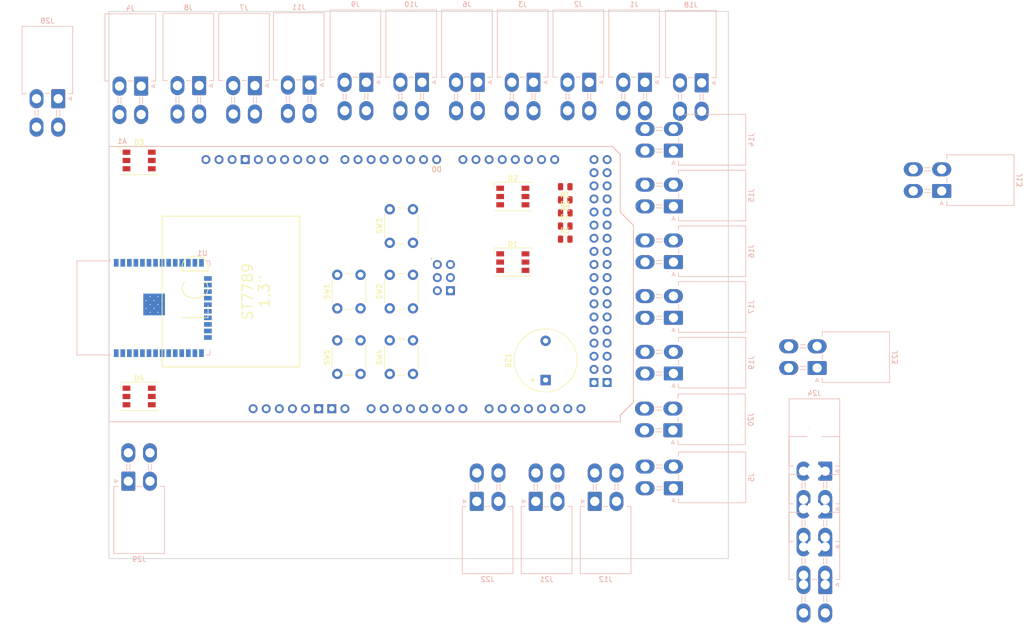
<source format=kicad_pcb>
(kicad_pcb (version 20221018) (generator pcbnew)
  (layers (0 "F.Cu" signal) (31 "B.Cu" signal) (34 "B.Paste" user) (35 "F.Paste" user) (36 "B.SilkS" user "B.Silkscreen") (37 "F.SilkS" user "F.Silkscreen") (38 "B.Mask" user) (39 "F.Mask" user) (44 "Edge.Cuts" user))
  (net 0 "")
  (net 1 "+3.3V")
  (net 25 "D2")
  (net 26 "D3")
  (net 27 "D4")
  (net 28 "D5")
  (net 29 "D6")
  (net 30 "D7")
  (net 31 "D8")
  (net 32 "D9")
  (net 33 "D10")
  (net 34 "D11")
  (net 35 "D12")
  (net 36 "D13")
  (net 37 "S3_TX")
  (net 38 "S3_RX")
  (net 39 "S2_TX")
  (net 40 "S2_RX")
  (net 41 "S1_TX")
  (net 42 "S1_RX")
  (net 45 "BOT_0")
  (net 46 "D23")
  (net 47 "BOT_1")
  (net 48 "D25")
  (net 49 "BOT_2")
  (net 50 "D27")
  (net 51 "BOT_3")
  (net 52 "D29")
  (net 53 "BOT_4")
  (net 54 "D31")
  (net 55 "Buzzer")
  (net 56 "D33")
  (net 57 "D34")
  (net 58 "D35")
  (net 59 "D36")
  (net 60 "D37")
  (net 61 "D38")
  (net 62 "D39")
  (net 63 "D40")
  (net 64 "D41")
  (net 65 "D42")
  (net 66 "D43")
  (net 67 "D44")
  (net 68 "D45")
  (net 69 "D46")
  (net 70 "D47")
  (net 71 "LED")
  (net 72 "ESP_CS")
  (net 73 "MISO")
  (net 74 "MOSI")
  (net 75 "SCK")
  (net 76 "SCR_CS")
  (net 77 "GND")
  (net 85 "SCL")
  (net 86 "SDA")
  (net 88 "+5V")
  (net 139 "Net-(D1-DOUT)")
  (net 144 "Net-(D2-DOUT)")
  (net 149 "Net-(D3-DOUT)")
  (footprint "Button_Switch_THT:SW_PUSH_6mm" (layer "F.Cu") (at 156.5 81.99 90)
    (fp_text reference "SW3" (at 3.25 -2 90) (layer "F.SilkS"))
    (fp_text value "SW_Push")
    (pad "1" thru_hole circle (at 0 0 180) (size 2 2) (drill 1.1) (layers "*.Cu" "*.Mask") (net 77 "GND"))
    (pad "1" thru_hole circle (at 6.5 0 180) (size 2 2) (drill 1.1) (layers "*.Cu" "*.Mask") (net 77 "GND"))
    (pad "2" thru_hole circle (at 0 4.5 180) (size 2 2) (drill 1.1) (layers "*.Cu" "*.Mask") (net 49 "BOT_2"))
    (pad "2" thru_hole circle (at 6.5 4.5 180) (size 2 2) (drill 1.1) (layers "*.Cu" "*.Mask") (net 49 "BOT_2"))
  )
  (footprint "Resistor_SMD:R_0805_2012Metric" (layer "F.Cu") (at 190.5 81.28)
    (fp_text reference "R5" (at 0 -1.65) (layer "F.SilkS"))
    (fp_text value "R")
    (pad "1" smd roundrect (at -0.9125 0) (size 1.025 1.4) (layers "F.Cu" "F.Paste" "F.Mask") (roundrect_rratio 0.243902) (net 53 "BOT_4"))
    (pad "2" smd roundrect (at 0.9125 0) (size 1.025 1.4) (layers "F.Cu" "F.Paste" "F.Mask") (roundrect_rratio 0.243902) (net 88 "+5V"))
  )
  (footprint "Button_Switch_THT:SW_PUSH_6mm" (layer "F.Cu") (at 146.34 94.69 90)
    (fp_text reference "SW1" (at 3.25 -2 90) (layer "F.SilkS"))
    (fp_text value "SW_Push")
    (pad "1" thru_hole circle (at 0 0 180) (size 2 2) (drill 1.1) (layers "*.Cu" "*.Mask") (net 77 "GND"))
    (pad "1" thru_hole circle (at 6.5 0 180) (size 2 2) (drill 1.1) (layers "*.Cu" "*.Mask") (net 77 "GND"))
    (pad "2" thru_hole circle (at 0 4.5 180) (size 2 2) (drill 1.1) (layers "*.Cu" "*.Mask") (net 45 "BOT_0"))
    (pad "2" thru_hole circle (at 6.5 4.5 180) (size 2 2) (drill 1.1) (layers "*.Cu" "*.Mask") (net 45 "BOT_0"))
  )
  (footprint "LED_SMD:LED_WS2812_PLCC6_5.0x5.0mm_P1.6mm" (layer "F.Cu") (at 180.34 85.725)
    (fp_text reference "D1" (at 0 -3.5) (layer "F.SilkS"))
    (fp_text value "WS2812")
    (pad "1" smd rect (at -2.45 -1.6) (size 1.5 1) (layers "F.Cu" "F.Paste" "F.Mask") (net 139 "Net-(D1-DOUT)"))
    (pad "2" smd rect (at -2.45 0) (size 1.5 1) (layers "F.Cu" "F.Paste" "F.Mask") (net 71 "LED"))
    (pad "3" smd rect (at -2.45 1.6) (size 1.5 1) (layers "F.Cu" "F.Paste" "F.Mask"))
    (pad "4" smd rect (at 2.45 1.6) (size 1.5 1) (layers "F.Cu" "F.Paste" "F.Mask"))
    (pad "5" smd rect (at 2.45 0) (size 1.5 1) (layers "F.Cu" "F.Paste" "F.Mask"))
    (pad "6" smd rect (at 2.45 -1.6) (size 1.5 1) (layers "F.Cu" "F.Paste" "F.Mask"))
  )
  (footprint "Buzzer_Beeper:Buzzer_12x9.5RM7.6" (layer "F.Cu") (at 186.69 108.575 90)
    (fp_text reference "BZ1" (at 3.8 -7.2 90) (layer "F.SilkS"))
    (fp_text value "Buzzer")
    (fp_text user "+" (at -0.01 -2.54 90) (layer "F.SilkS"))
    (pad "1" thru_hole rect (at 0 0 90) (size 2 2) (drill 1) (layers "*.Cu" "*.Mask"))
    (pad "2" thru_hole circle (at 7.6 0 90) (size 2 2) (drill 1) (layers "*.Cu" "*.Mask"))
  )
  (footprint "PCM_arduino-library:Arduino_Mega2560_R3_Shield" (layer "F.Cu") (at 102.09 116.67)
    (fp_text reference "A1" (at 2.54 -54.356) (layer "B.SilkS") (effects (justify mirror)))
    (fp_text value "Arduino_Mega2560_R3_Shield")
    (fp_text user "." (at 62.484 -32.004) (layer "B.SilkS"))
    (fp_text user "D0" (at 63.5 -48.895 unlocked) (layer "B.SilkS") (effects (justify mirror)))
    (fp_text user "D0" (at 63.5 -48.895 unlocked) (layer "F.SilkS"))
    (fp_text user "." (at 62.484 -32.004) (layer "F.SilkS"))
    (pad "" np_thru_hole circle (at 13.97 -2.54) (size 3.2 3.2) (drill 3.2) (layers "*.Cu" "*.Mask"))
    (pad "" np_thru_hole circle (at 15.24 -50.8) (size 3.2 3.2) (drill 3.2) (layers "*.Cu" "*.Mask"))
    (pad "" thru_hole oval (at 27.94 -2.54) (size 1.7272 1.7272) (drill 1.016) (layers "*.Cu" "*.Mask"))
    (pad "" np_thru_hole circle (at 66.04 -35.56) (size 3.2 3.2) (drill 3.2) (layers "*.Cu" "*.Mask"))
    (pad "" np_thru_hole circle (at 66.04 -7.62) (size 3.2 3.2) (drill 3.2) (layers "*.Cu" "*.Mask"))
    (pad "" np_thru_hole circle (at 90.17 -50.8) (size 3.2 3.2) (drill 3.2) (layers "*.Cu" "*.Mask"))
    (pad "" np_thru_hole circle (at 96.52 -2.54) (size 3.2 3.2) (drill 3.2) (layers "*.Cu" "*.Mask"))
    (pad "3V3" thru_hole oval (at 35.56 -2.54) (size 1.7272 1.7272) (drill 1.016) (layers "*.Cu" "*.Mask") (net 1 "+3.3V"))
    (pad "5V1" thru_hole oval (at 38.1 -2.54) (size 1.7272 1.7272) (drill 1.016) (layers "*.Cu" "*.Mask"))
    (pad "5V2" thru_hole oval (at 66.167 -30.48) (size 1.7272 1.7272) (drill 1.016) (layers "*.Cu" "*.Mask"))
    (pad "5V3" thru_hole oval (at 93.98 -50.8) (size 1.7272 1.7272) (drill 1.016) (layers "*.Cu" "*.Mask"))
    (pad "5V4" thru_hole oval (at 96.52 -50.8) (size 1.7272 1.7272) (drill 1.016) (layers "*.Cu" "*.Mask"))
    (pad "A0" thru_hole oval (at 50.8 -2.54) (size 1.7272 1.7272) (drill 1.016) (layers "*.Cu" "*.Mask"))
    (pad "A1" thru_hole oval (at 53.34 -2.54) (size 1.7272 1.7272) (drill 1.016) (layers "*.Cu" "*.Mask"))
    (pad "A2" thru_hole oval (at 55.88 -2.54) (size 1.7272 1.7272) (drill 1.016) (layers "*.Cu" "*.Mask"))
    (pad "A3" thru_hole oval (at 58.42 -2.54) (size 1.7272 1.7272) (drill 1.016) (layers "*.Cu" "*.Mask"))
    (pad "A4" thru_hole oval (at 60.96 -2.54) (size 1.7272 1.7272) (drill 1.016) (layers "*.Cu" "*.Mask"))
    (pad "A5" thru_hole oval (at 63.5 -2.54) (size 1.7272 1.7272) (drill 1.016) (layers "*.Cu" "*.Mask"))
    (pad "A6" thru_hole oval (at 66.04 -2.54) (size 1.7272 1.7272) (drill 1.016) (layers "*.Cu" "*.Mask"))
    (pad "A7" thru_hole oval (at 68.58 -2.54) (size 1.7272 1.7272) (drill 1.016) (layers "*.Cu" "*.Mask"))
    (pad "A8" thru_hole oval (at 73.66 -2.54) (size 1.7272 1.7272) (drill 1.016) (layers "*.Cu" "*.Mask"))
    (pad "A9" thru_hole oval (at 76.2 -2.54) (size 1.7272 1.7272) (drill 1.016) (layers "*.Cu" "*.Mask"))
    (pad "A10" thru_hole oval (at 78.74 -2.54) (size 1.7272 1.7272) (drill 1.016) (layers "*.Cu" "*.Mask"))
    (pad "A11" thru_hole oval (at 81.28 -2.54) (size 1.7272 1.7272) (drill 1.016) (layers "*.Cu" "*.Mask"))
    (pad "A12" thru_hole oval (at 83.82 -2.54) (size 1.7272 1.7272) (drill 1.016) (layers "*.Cu" "*.Mask"))
    (pad "A13" thru_hole oval (at 86.36 -2.54) (size 1.7272 1.7272) (drill 1.016) (layers "*.Cu" "*.Mask"))
    (pad "A14" thru_hole oval (at 88.9 -2.54) (size 1.7272 1.7272) (drill 1.016) (layers "*.Cu" "*.Mask"))
    (pad "A15" thru_hole oval (at 91.44 -2.54) (size 1.7272 1.7272) (drill 1.016) (layers "*.Cu" "*.Mask"))
    (pad "AREF" thru_hole oval (at 23.876 -50.8) (size 1.7272 1.7272) (drill 1.016) (layers "*.Cu" "*.Mask"))
    (pad "D0" thru_hole oval (at 63.5 -50.8) (size 1.7272 1.7272) (drill 1.016) (layers "*.Cu" "*.Mask"))
    (pad "D1" thru_hole oval (at 60.96 -50.8) (size 1.7272 1.7272) (drill 1.016) (layers "*.Cu" "*.Mask"))
    (pad "D2" thru_hole oval (at 58.42 -50.8) (size 1.7272 1.7272) (drill 1.016) (layers "*.Cu" "*.Mask") (net 25 "D2"))
    (pad "D3" thru_hole oval (at 55.88 -50.8) (size 1.7272 1.7272) (drill 1.016) (layers "*.Cu" "*.Mask") (net 26 "D3"))
    (pad "D4" thru_hole oval (at 53.34 -50.8) (size 1.7272 1.7272) (drill 1.016) (layers "*.Cu" "*.Mask") (net 27 "D4"))
    (pad "D5" thru_hole oval (at 50.8 -50.8) (size 1.7272 1.7272) (drill 1.016) (layers "*.Cu" "*.Mask") (net 28 "D5"))
    (pad "D6" thru_hole oval (at 48.26 -50.8) (size 1.7272 1.7272) (drill 1.016) (layers "*.Cu" "*.Mask") (net 29 "D6"))
    (pad "D7" thru_hole oval (at 45.72 -50.8) (size 1.7272 1.7272) (drill 1.016) (layers "*.Cu" "*.Mask") (net 30 "D7"))
    (pad "D8" thru_hole oval (at 41.656 -50.8) (size 1.7272 1.7272) (drill 1.016) (layers "*.Cu" "*.Mask") (net 31 "D8"))
    (pad "D9" thru_hole oval (at 39.116 -50.8) (size 1.7272 1.7272) (drill 1.016) (layers "*.Cu" "*.Mask") (net 32 "D9"))
    (pad "D10" thru_hole oval (at 36.576 -50.8) (size 1.7272 1.7272) (drill 1.016) (layers "*.Cu" "*.Mask") (net 33 "D10"))
    (pad "D11" thru_hole oval (at 34.036 -50.8) (size 1.7272 1.7272) (drill 1.016) (layers "*.Cu" "*.Mask") (net 34 "D11"))
    (pad "D12" thru_hole oval (at 31.496 -50.8) (size 1.7272 1.7272) (drill 1.016) (layers "*.Cu" "*.Mask") (net 35 "D12"))
    (pad "D13" thru_hole oval (at 28.956 -50.8) (size 1.7272 1.7272) (drill 1.016) (layers "*.Cu" "*.Mask") (net 36 "D13"))
    (pad "D14" thru_hole oval (at 68.58 -50.8) (size 1.7272 1.7272) (drill 1.016) (layers "*.Cu" "*.Mask") (net 37 "S3_TX"))
    (pad "D15" thru_hole oval (at 71.12 -50.8) (size 1.7272 1.7272) (drill 1.016) (layers "*.Cu" "*.Mask") (net 38 "S3_RX"))
    (pad "D16" thru_hole oval (at 73.66 -50.8) (size 1.7272 1.7272) (drill 1.016) (layers "*.Cu" "*.Mask") (net 39 "S2_TX"))
    (pad "D17" thru_hole oval (at 76.2 -50.8) (size 1.7272 1.7272) (drill 1.016) (layers "*.Cu" "*.Mask") (net 40 "S2_RX"))
    (pad "D18" thru_hole oval (at 78.74 -50.8) (size 1.7272 1.7272) (drill 1.016) (layers "*.Cu" "*.Mask") (net 41 "S1_TX"))
    (pad "D19" thru_hole oval (at 81.28 -50.8) (size 1.7272 1.7272) (drill 1.016) (layers "*.Cu" "*.Mask") (net 42 "S1_RX"))
    (pad "D20" thru_hole oval (at 83.82 -50.8) (size 1.7272 1.7272) (drill 1.016) (layers "*.Cu" "*.Mask"))
    (pad "D21" thru_hole oval (at 86.36 -50.8) (size 1.7272 1.7272) (drill 1.016) (layers "*.Cu" "*.Mask"))
    (pad "D22" thru_hole oval (at 93.98 -48.26) (size 1.7272 1.7272) (drill 1.016) (layers "*.Cu" "*.Mask") (net 45 "BOT_0"))
    (pad "D23" thru_hole oval (at 96.52 -48.26) (size 1.7272 1.7272) (drill 1.016) (layers "*.Cu" "*.Mask") (net 46 "D23"))
    (pad "D24" thru_hole oval (at 93.98 -45.72) (size 1.7272 1.7272) (drill 1.016) (layers "*.Cu" "*.Mask") (net 47 "BOT_1"))
    (pad "D25" thru_hole oval (at 96.52 -45.72) (size 1.7272 1.7272) (drill 1.016) (layers "*.Cu" "*.Mask") (net 48 "D25"))
    (pad "D26" thru_hole oval (at 93.98 -43.18) (size 1.7272 1.7272) (drill 1.016) (layers "*.Cu" "*.Mask") (net 49 "BOT_2"))
    (pad "D27" thru_hole oval (at 96.52 -43.18) (size 1.7272 1.7272) (drill 1.016) (layers "*.Cu" "*.Mask") (net 50 "D27"))
    (pad "D28" thru_hole oval (at 93.98 -40.64) (size 1.7272 1.7272) (drill 1.016) (layers "*.Cu" "*.Mask") (net 51 "BOT_3"))
    (pad "D29" thru_hole oval (at 96.52 -40.64) (size 1.7272 1.7272) (drill 1.016) (layers "*.Cu" "*.Mask") (net 52 "D29"))
    (pad "D30" thru_hole oval (at 93.98 -38.1) (size 1.7272 1.7272) (drill 1.016) (layers "*.Cu" "*.Mask") (net 53 "BOT_4"))
    (pad "D31" thru_hole oval (at 96.52 -38.1) (size 1.7272 1.7272) (drill 1.016) (layers "*.Cu" "*.Mask") (net 54 "D31"))
    (pad "D32" thru_hole oval (at 93.98 -35.56) (size 1.7272 1.7272) (drill 1.016) (layers "*.Cu" "*.Mask") (net 55 "Buzzer"))
    (pad "D33" thru_hole oval (at 96.52 -35.56) (size 1.7272 1.7272) (drill 1.016) (layers "*.Cu" "*.Mask") (net 56 "D33"))
    (pad "D34" thru_hole oval (at 93.98 -33.02) (size 1.7272 1.7272) (drill 1.016) (layers "*.Cu" "*.Mask") (net 57 "D34"))
    (pad "D35" thru_hole oval (at 96.52 -33.02) (size 1.7272 1.7272) (drill 1.016) (layers "*.Cu" "*.Mask") (net 58 "D35"))
    (pad "D36" thru_hole oval (at 93.98 -30.48) (size 1.7272 1.7272) (drill 1.016) (layers "*.Cu" "*.Mask") (net 59 "D36"))
    (pad "D37" thru_hole oval (at 96.52 -30.48) (size 1.7272 1.7272) (drill 1.016) (layers "*.Cu" "*.Mask") (net 60 "D37"))
    (pad "D38" thru_hole oval (at 93.98 -27.94) (size 1.7272 1.7272) (drill 1.016) (layers "*.Cu" "*.Mask") (net 61 "D38"))
    (pad "D39" thru_hole oval (at 96.52 -27.94) (size 1.7272 1.7272) (drill 1.016) (layers "*.Cu" "*.Mask") (net 62 "D39"))
    (pad "D40" thru_hole oval (at 93.98 -25.4) (size 1.7272 1.7272) (drill 1.016) (layers "*.Cu" "*.Mask") (net 63 "D40"))
    (pad "D41" thru_hole oval (at 96.52 -25.4) (size 1.7272 1.7272) (drill 1.016) (layers "*.Cu" "*.Mask") (net 64 "D41"))
    (pad "D42" thru_hole oval (at 93.98 -22.86) (size 1.7272 1.7272) (drill 1.016) (layers "*.Cu" "*.Mask") (net 65 "D42"))
    (pad "D43" thru_hole oval (at 96.52 -22.86) (size 1.7272 1.7272) (drill 1.016) (layers "*.Cu" "*.Mask") (net 66 "D43"))
    (pad "D44" thru_hole oval (at 93.98 -20.32) (size 1.7272 1.7272) (drill 1.016) (layers "*.Cu" "*.Mask") (net 67 "D44"))
    (pad "D45" thru_hole oval (at 96.52 -20.32) (size 1.7272 1.7272) (drill 1.016) (layers "*.Cu" "*.Mask") (net 68 "D45"))
    (pad "D46" thru_hole oval (at 93.98 -17.78) (size 1.7272 1.7272) (drill 1.016) (layers "*.Cu" "*.Mask") (net 69 "D46"))
    (pad "D47" thru_hole oval (at 96.52 -17.78) (size 1.7272 1.7272) (drill 1.016) (layers "*.Cu" "*.Mask") (net 70 "D47"))
    (pad "D48" thru_hole oval (at 93.98 -15.24) (size 1.7272 1.7272) (drill 1.016) (layers "*.Cu" "*.Mask") (net 71 "LED"))
    (pad "D49" thru_hole oval (at 96.52 -15.24) (size 1.7272 1.7272) (drill 1.016) (layers "*.Cu" "*.Mask") (net 72 "ESP_CS"))
    (pad "D50" thru_hole oval (at 93.98 -12.7) (size 1.7272 1.7272) (drill 1.016) (layers "*.Cu" "*.Mask") (net 73 "MISO"))
    (pad "D51" thru_hole oval (at 96.52 -12.7) (size 1.7272 1.7272) (drill 1.016) (layers "*.Cu" "*.Mask") (net 74 "MOSI"))
    (pad "D52" thru_hole oval (at 93.98 -10.16) (size 1.7272 1.7272) (drill 1.016) (layers "*.Cu" "*.Mask") (net 75 "SCK"))
    (pad "D53" thru_hole oval (at 96.52 -10.16) (size 1.7272 1.7272) (drill 1.016) (layers "*.Cu" "*.Mask") (net 76 "SCR_CS"))
    (pad "GND1" thru_hole rect (at 26.416 -50.8) (size 1.7272 1.7272) (drill 1.016) (layers "*.Cu" "*.Mask") (net 77 "GND"))
    (pad "GND2" thru_hole rect (at 40.64 -2.54) (size 1.7272 1.7272) (drill 1.016) (layers "*.Cu" "*.Mask") (net 77 "GND"))
    (pad "GND3" thru_hole rect (at 43.18 -2.54) (size 1.7272 1.7272) (drill 1.016) (layers "*.Cu" "*.Mask") (net 77 "GND"))
    (pad "GND4" thru_hole rect (at 66.167 -25.4) (size 1.7272 1.7272) (drill 1.016) (layers "*.Cu" "*.Mask"))
    (pad "GND5" thru_hole rect (at 93.98 -7.62) (size 1.7272 1.7272) (drill 1.016) (layers "*.Cu" "*.Mask") (net 77 "GND"))
    (pad "GND6" thru_hole rect (at 96.52 -7.62) (size 1.7272 1.7272) (drill 1.016) (layers "*.Cu" "*.Mask") (net 77 "GND"))
    (pad "IORF" thru_hole oval (at 30.48 -2.54) (size 1.7272 1.7272) (drill 1.016) (layers "*.Cu" "*.Mask"))
    (pad "MISO" thru_hole oval (at 63.627 -30.48) (size 1.7272 1.7272) (drill 1.016) (layers "*.Cu" "*.Mask"))
    (pad "MOSI" thru_hole oval (at 66.167 -27.94) (size 1.7272 1.7272) (drill 1.016) (layers "*.Cu" "*.Mask"))
    (pad "RST1" thru_hole oval (at 33.02 -2.54) (size 1.7272 1.7272) (drill 1.016) (layers "*.Cu" "*.Mask"))
    (pad "RST2" thru_hole oval (at 63.627 -25.4) (size 1.7272 1.7272) (drill 1.016) (layers "*.Cu" "*.Mask"))
    (pad "SCK" thru_hole oval (at 63.627 -27.94) (size 1.7272 1.7272) (drill 1.016) (layers "*.Cu" "*.Mask"))
    (pad "SCL" thru_hole oval (at 18.796 -50.8) (size 1.7272 1.7272) (drill 1.016) (layers "*.Cu" "*.Mask") (net 85 "SCL"))
    (pad "SDA" thru_hole oval (at 21.336 -50.8) (size 1.7272 1.7272) (drill 1.016) (layers "*.Cu" "*.Mask") (net 86 "SDA"))
    (pad "VIN" thru_hole oval (at 45.72 -2.54) (size 1.7272 1.7272) (drill 1.016) (layers "*.Cu" "*.Mask"))
  )
  (footprint "Button_Switch_THT:SW_PUSH_6mm" (layer "F.Cu") (at 146.34 107.39 90)
    (fp_text reference "SW5" (at 3.25 -2 90) (layer "F.SilkS"))
    (fp_text value "SW_Push")
    (pad "1" thru_hole circle (at 0 0 180) (size 2 2) (drill 1.1) (layers "*.Cu" "*.Mask") (net 77 "GND"))
    (pad "1" thru_hole circle (at 6.5 0 180) (size 2 2) (drill 1.1) (layers "*.Cu" "*.Mask") (net 77 "GND"))
    (pad "2" thru_hole circle (at 0 4.5 180) (size 2 2) (drill 1.1) (layers "*.Cu" "*.Mask") (net 53 "BOT_4"))
    (pad "2" thru_hole circle (at 6.5 4.5 180) (size 2 2) (drill 1.1) (layers "*.Cu" "*.Mask") (net 53 "BOT_4"))
  )
  (footprint "Button_Switch_THT:SW_PUSH_6mm" (layer "F.Cu") (at 156.5 94.69 90)
    (fp_text reference "SW2" (at 3.25 -2 90) (layer "F.SilkS"))
    (fp_text value "SW_Push")
    (pad "1" thru_hole circle (at 0 0 180) (size 2 2) (drill 1.1) (layers "*.Cu" "*.Mask") (net 77 "GND"))
    (pad "1" thru_hole circle (at 6.5 0 180) (size 2 2) (drill 1.1) (layers "*.Cu" "*.Mask") (net 77 "GND"))
    (pad "2" thru_hole circle (at 0 4.5 180) (size 2 2) (drill 1.1) (layers "*.Cu" "*.Mask") (net 47 "BOT_1"))
    (pad "2" thru_hole circle (at 6.5 4.5 180) (size 2 2) (drill 1.1) (layers "*.Cu" "*.Mask") (net 47 "BOT_1"))
  )
  (footprint "Resistor_SMD:R_0805_2012Metric" (layer "F.Cu") (at 190.5 76.2)
    (fp_text reference "R3" (at 0 -1.65) (layer "F.SilkS"))
    (fp_text value "R")
    (pad "1" smd roundrect (at -0.9125 0) (size 1.025 1.4) (layers "F.Cu" "F.Paste" "F.Mask") (roundrect_rratio 0.243902) (net 49 "BOT_2"))
    (pad "2" smd roundrect (at 0.9125 0) (size 1.025 1.4) (layers "F.Cu" "F.Paste" "F.Mask") (roundrect_rratio 0.243902) (net 88 "+5V"))
  )
  (footprint "LED_SMD:LED_WS2812_PLCC6_5.0x5.0mm_P1.6mm" (layer "F.Cu") (at 180.34 73.025)
    (fp_text reference "D2" (at 0 -3.5) (layer "F.SilkS"))
    (fp_text value "WS2812")
    (pad "1" smd rect (at -2.45 -1.6) (size 1.5 1) (layers "F.Cu" "F.Paste" "F.Mask") (net 144 "Net-(D2-DOUT)"))
    (pad "2" smd rect (at -2.45 0) (size 1.5 1) (layers "F.Cu" "F.Paste" "F.Mask") (net 139 "Net-(D1-DOUT)"))
    (pad "3" smd rect (at -2.45 1.6) (size 1.5 1) (layers "F.Cu" "F.Paste" "F.Mask"))
    (pad "4" smd rect (at 2.45 1.6) (size 1.5 1) (layers "F.Cu" "F.Paste" "F.Mask"))
    (pad "5" smd rect (at 2.45 0) (size 1.5 1) (layers "F.Cu" "F.Paste" "F.Mask"))
    (pad "6" smd rect (at 2.45 -1.6) (size 1.5 1) (layers "F.Cu" "F.Paste" "F.Mask"))
  )
  (footprint "Button_Switch_THT:SW_PUSH_6mm" (layer "F.Cu") (at 156.5 107.39 90)
    (fp_text reference "SW4" (at 3.25 -2 90) (layer "F.SilkS"))
    (fp_text value "SW_Push")
    (pad "1" thru_hole circle (at 0 0 180) (size 2 2) (drill 1.1) (layers "*.Cu" "*.Mask") (net 77 "GND"))
    (pad "1" thru_hole circle (at 6.5 0 180) (size 2 2) (drill 1.1) (layers "*.Cu" "*.Mask") (net 77 "GND"))
    (pad "2" thru_hole circle (at 0 4.5 180) (size 2 2) (drill 1.1) (layers "*.Cu" "*.Mask") (net 51 "BOT_3"))
    (pad "2" thru_hole circle (at 6.5 4.5 180) (size 2 2) (drill 1.1) (layers "*.Cu" "*.Mask") (net 51 "BOT_3"))
  )
  (footprint "LED_SMD:LED_WS2812_PLCC6_5.0x5.0mm_P1.6mm" (layer "F.Cu") (at 107.95 66.04)
    (fp_text reference "D3" (at 0 -3.5) (layer "F.SilkS"))
    (fp_text value "WS2812")
    (pad "1" smd rect (at -2.45 -1.6) (size 1.5 1) (layers "F.Cu" "F.Paste" "F.Mask") (net 149 "Net-(D3-DOUT)"))
    (pad "2" smd rect (at -2.45 0) (size 1.5 1) (layers "F.Cu" "F.Paste" "F.Mask") (net 144 "Net-(D2-DOUT)"))
    (pad "3" smd rect (at -2.45 1.6) (size 1.5 1) (layers "F.Cu" "F.Paste" "F.Mask"))
    (pad "4" smd rect (at 2.45 1.6) (size 1.5 1) (layers "F.Cu" "F.Paste" "F.Mask"))
    (pad "5" smd rect (at 2.45 0) (size 1.5 1) (layers "F.Cu" "F.Paste" "F.Mask"))
    (pad "6" smd rect (at 2.45 -1.6) (size 1.5 1) (layers "F.Cu" "F.Paste" "F.Mask"))
  )
  (footprint "Resistor_SMD:R_0805_2012Metric" (layer "F.Cu") (at 190.5 73.66 180)
    (fp_text reference "R2" (at 0 -1.65) (layer "F.SilkS"))
    (fp_text value "R")
    (pad "1" smd roundrect (at -0.9125 0 180) (size 1.025 1.4) (layers "F.Cu" "F.Paste" "F.Mask") (roundrect_rratio 0.243902) (net 47 "BOT_1"))
    (pad "2" smd roundrect (at 0.9125 0 180) (size 1.025 1.4) (layers "F.Cu" "F.Paste" "F.Mask") (roundrect_rratio 0.243902) (net 88 "+5V"))
  )
  (footprint "Resistor_SMD:R_0805_2012Metric" (layer "F.Cu") (at 190.5 71.12 180)
    (fp_text reference "R1" (at 0 -1.65) (layer "F.SilkS"))
    (fp_text value "R")
    (pad "1" smd roundrect (at -0.9125 0 180) (size 1.025 1.4) (layers "F.Cu" "F.Paste" "F.Mask") (roundrect_rratio 0.243902) (net 45 "BOT_0"))
    (pad "2" smd roundrect (at 0.9125 0 180) (size 1.025 1.4) (layers "F.Cu" "F.Paste" "F.Mask") (roundrect_rratio 0.243902) (net 88 "+5V"))
  )
  (footprint "LED_SMD:LED_WS2812_PLCC6_5.0x5.0mm_P1.6mm" (layer "F.Cu") (at 107.95 111.76)
    (fp_text reference "D4" (at 0 -3.5) (layer "F.SilkS"))
    (fp_text value "WS2812")
    (pad "1" smd rect (at -2.45 -1.6) (size 1.5 1) (layers "F.Cu" "F.Paste" "F.Mask"))
    (pad "2" smd rect (at -2.45 0) (size 1.5 1) (layers "F.Cu" "F.Paste" "F.Mask") (net 149 "Net-(D3-DOUT)"))
    (pad "3" smd rect (at -2.45 1.6) (size 1.5 1) (layers "F.Cu" "F.Paste" "F.Mask"))
    (pad "4" smd rect (at 2.45 1.6) (size 1.5 1) (layers "F.Cu" "F.Paste" "F.Mask"))
    (pad "5" smd rect (at 2.45 0) (size 1.5 1) (layers "F.Cu" "F.Paste" "F.Mask"))
    (pad "6" smd rect (at 2.45 -1.6) (size 1.5 1) (layers "F.Cu" "F.Paste" "F.Mask"))
  )
  (footprint "Resistor_SMD:R_0805_2012Metric" (layer "F.Cu") (at 190.5 78.74)
    (fp_text reference "R4" (at 0 -1.65) (layer "F.SilkS"))
    (fp_text value "R")
    (pad "1" smd roundrect (at -0.9125 0) (size 1.025 1.4) (layers "F.Cu" "F.Paste" "F.Mask") (roundrect_rratio 0.243902) (net 51 "BOT_3"))
    (pad "2" smd roundrect (at 0.9125 0) (size 1.025 1.4) (layers "F.Cu" "F.Paste" "F.Mask") (roundrect_rratio 0.243902) (net 88 "+5V"))
  )
  (footprint "Connector_Molex:Molex_Mini-Fit_Jr_5569-04A2_2x02_P4.20mm_Horizontal" (layer "B.Cu") (at 173.355 132.08)
    (fp_text reference "J22" (at 2.1 15.1) (layer "B.SilkS") (effects (justify mirror)))
    (fp_text value "A0")
    (pad "" np_thru_hole circle (at 2.1 7.3) (size 3 3) (drill 3) (layers "*.Cu" "*.Mask"))
    (pad "1" thru_hole roundrect (at 0 0) (size 2.7 3.7) (drill 1.8) (layers "*.Cu" "*.Mask") (roundrect_rratio 0.092593))
    (pad "2" thru_hole oval (at 4.2 0) (size 2.7 3.7) (drill 1.8) (layers "*.Cu" "*.Mask"))
    (pad "3" thru_hole oval (at 0 -5.5) (size 2.7 3.7) (drill 1.8) (layers "*.Cu" "*.Mask") (net 88 "+5V"))
    (pad "4" thru_hole oval (at 4.2 -5.5) (size 2.7 3.7) (drill 1.8) (layers "*.Cu" "*.Mask") (net 77 "GND"))
  )
  (footprint "Connector_Molex:Molex_Mini-Fit_Jr_5569-04A2_2x02_P4.20mm_Horizontal" (layer "B.Cu") (at 211.455 129.54 90)
    (fp_text reference "J5" (at 2.1 15.1 90) (layer "B.SilkS") (effects (justify mirror)))
    (fp_text value "SPI")
    (pad "" np_thru_hole circle (at 2.1 7.3 90) (size 3 3) (drill 3) (layers "*.Cu" "*.Mask"))
    (pad "1" thru_hole roundrect (at 0 0 90) (size 2.7 3.7) (drill 1.8) (layers "*.Cu" "*.Mask") (roundrect_rratio 0.092593) (net 73 "MISO"))
    (pad "2" thru_hole oval (at 4.2 0 90) (size 2.7 3.7) (drill 1.8) (layers "*.Cu" "*.Mask") (net 74 "MOSI"))
    (pad "3" thru_hole oval (at 0 -5.5 90) (size 2.7 3.7) (drill 1.8) (layers "*.Cu" "*.Mask") (net 75 "SCK"))
    (pad "4" thru_hole oval (at 4.2 -5.5 90) (size 2.7 3.7) (drill 1.8) (layers "*.Cu" "*.Mask") (net 77 "GND"))
  )
  (footprint "Connector_Molex:Molex_Mini-Fit_Jr_5569-04A2_2x02_P4.20mm_Horizontal" (layer "B.Cu") (at 263.425 71.95 90)
    (fp_text reference "J13" (at 2.1 15.1 90) (layer "B.SilkS") (effects (justify mirror)))
    (fp_text value "D7")
    (pad "" np_thru_hole circle (at 2.1 7.3 90) (size 3 3) (drill 3) (layers "*.Cu" "*.Mask"))
    (pad "1" thru_hole roundrect (at 0 0 90) (size 2.7 3.7) (drill 1.8) (layers "*.Cu" "*.Mask") (roundrect_rratio 0.092593) (net 46 "D23"))
    (pad "2" thru_hole oval (at 4.2 0 90) (size 2.7 3.7) (drill 1.8) (layers "*.Cu" "*.Mask") (net 48 "D25"))
    (pad "3" thru_hole oval (at 0 -5.5 90) (size 2.7 3.7) (drill 1.8) (layers "*.Cu" "*.Mask") (net 88 "+5V"))
    (pad "4" thru_hole oval (at 4.2 -5.5 90) (size 2.7 3.7) (drill 1.8) (layers "*.Cu" "*.Mask") (net 77 "GND"))
  )
  (footprint "Connector_Molex:Molex_Mini-Fit_Jr_5569-04A2_2x02_P4.20mm_Horizontal" (layer "B.Cu") (at 211.455 64.135 90)
    (fp_text reference "J14" (at 2.1 15.1 90) (layer "B.SilkS") (effects (justify mirror)))
    (fp_text value "D8")
    (pad "" np_thru_hole circle (at 2.1 7.3 90) (size 3 3) (drill 3) (layers "*.Cu" "*.Mask"))
    (pad "1" thru_hole roundrect (at 0 0 90) (size 2.7 3.7) (drill 1.8) (layers "*.Cu" "*.Mask") (roundrect_rratio 0.092593) (net 50 "D27"))
    (pad "2" thru_hole oval (at 4.2 0 90) (size 2.7 3.7) (drill 1.8) (layers "*.Cu" "*.Mask") (net 52 "D29"))
    (pad "3" thru_hole oval (at 0 -5.5 90) (size 2.7 3.7) (drill 1.8) (layers "*.Cu" "*.Mask") (net 88 "+5V"))
    (pad "4" thru_hole oval (at 4.2 -5.5 90) (size 2.7 3.7) (drill 1.8) (layers "*.Cu" "*.Mask") (net 77 "GND"))
  )
  (footprint "Connector_Molex:Molex_Mini-Fit_Jr_5569-04A2_2x02_P4.20mm_Horizontal" (layer "B.Cu") (at 184.345 50.9 180)
    (fp_text reference "J3" (at 2.1 15.1) (layer "B.SilkS") (effects (justify mirror)))
    (fp_text value "Serial 3")
    (pad "" np_thru_hole circle (at 2.1 7.3 180) (size 3 3) (drill 3) (layers "*.Cu" "*.Mask"))
    (pad "1" thru_hole roundrect (at 0 0 180) (size 2.7 3.7) (drill 1.8) (layers "*.Cu" "*.Mask") (roundrect_rratio 0.092593) (net 37 "S3_TX"))
    (pad "2" thru_hole oval (at 4.2 0 180) (size 2.7 3.7) (drill 1.8) (layers "*.Cu" "*.Mask") (net 38 "S3_RX"))
    (pad "3" thru_hole oval (at 0 -5.5 180) (size 2.7 3.7) (drill 1.8) (layers "*.Cu" "*.Mask") (net 88 "+5V"))
    (pad "4" thru_hole oval (at 4.2 -5.5 180) (size 2.7 3.7) (drill 1.8) (layers "*.Cu" "*.Mask") (net 77 "GND"))
  )
  (footprint "Connector_Molex:Molex_Mini-Fit_Jr_5569-04A2_2x02_P4.20mm_Horizontal" (layer "B.Cu") (at 108.34 51.635 180)
    (fp_text reference "J4" (at 2.1 15.1) (layer "B.SilkS") (effects (justify mirror)))
    (fp_text value "I²C")
    (pad "" np_thru_hole circle (at 2.1 7.3 180) (size 3 3) (drill 3) (layers "*.Cu" "*.Mask"))
    (pad "1" thru_hole roundrect (at 0 0 180) (size 2.7 3.7) (drill 1.8) (layers "*.Cu" "*.Mask") (roundrect_rratio 0.092593) (net 85 "SCL"))
    (pad "2" thru_hole oval (at 4.2 0 180) (size 2.7 3.7) (drill 1.8) (layers "*.Cu" "*.Mask") (net 86 "SDA"))
    (pad "3" thru_hole oval (at 0 -5.5 180) (size 2.7 3.7) (drill 1.8) (layers "*.Cu" "*.Mask") (net 88 "+5V"))
    (pad "4" thru_hole oval (at 4.2 -5.5 180) (size 2.7 3.7) (drill 1.8) (layers "*.Cu" "*.Mask") (net 77 "GND"))
  )
  (footprint "Connector_Molex:Molex_Mini-Fit_Jr_5569-04A2_2x02_P4.20mm_Horizontal" (layer "B.Cu") (at 211.455 74.93 90)
    (fp_text reference "J15" (at 2.1 15.1 90) (layer "B.SilkS") (effects (justify mirror)))
    (fp_text value "D9")
    (pad "" np_thru_hole circle (at 2.1 7.3 90) (size 3 3) (drill 3) (layers "*.Cu" "*.Mask"))
    (pad "1" thru_hole roundrect (at 0 0 90) (size 2.7 3.7) (drill 1.8) (layers "*.Cu" "*.Mask") (roundrect_rratio 0.092593) (net 54 "D31"))
    (pad "2" thru_hole oval (at 4.2 0 90) (size 2.7 3.7) (drill 1.8) (layers "*.Cu" "*.Mask") (net 56 "D33"))
    (pad "3" thru_hole oval (at 0 -5.5 90) (size 2.7 3.7) (drill 1.8) (layers "*.Cu" "*.Mask") (net 88 "+5V"))
    (pad "4" thru_hole oval (at 4.2 -5.5 90) (size 2.7 3.7) (drill 1.8) (layers "*.Cu" "*.Mask") (net 77 "GND"))
  )
  (footprint "Connector_Molex:Molex_Mini-Fit_Jr_5569-04A2_2x02_P4.20mm_Horizontal" (layer "B.Cu") (at 211.455 96.52 90)
    (fp_text reference "J17" (at 2.1 15.1 90) (layer "B.SilkS") (effects (justify mirror)))
    (fp_text value "D11")
    (pad "" np_thru_hole circle (at 2.1 7.3 90) (size 3 3) (drill 3) (layers "*.Cu" "*.Mask"))
    (pad "1" thru_hole roundrect (at 0 0 90) (size 2.7 3.7) (drill 1.8) (layers "*.Cu" "*.Mask") (roundrect_rratio 0.092593) (net 62 "D39"))
    (pad "2" thru_hole oval (at 4.2 0 90) (size 2.7 3.7) (drill 1.8) (layers "*.Cu" "*.Mask") (net 64 "D41"))
    (pad "3" thru_hole oval (at 0 -5.5 90) (size 2.7 3.7) (drill 1.8) (layers "*.Cu" "*.Mask") (net 88 "+5V"))
    (pad "4" thru_hole oval (at 4.2 -5.5 90) (size 2.7 3.7) (drill 1.8) (layers "*.Cu" "*.Mask") (net 77 "GND"))
  )
  (footprint "Connector_Molex:Molex_Mini-Fit_Jr_5569-04A2_2x02_P4.20mm_Horizontal" (layer "B.Cu") (at 240.86 148.201538 180)
    (fp_text reference "J27" (at 2.1 15.1) (layer "B.SilkS") (effects (justify mirror)))
    (fp_text value "A5")
    (pad "" np_thru_hole circle (at 2.1 7.3 180) (size 3 3) (drill 3) (layers "*.Cu" "*.Mask"))
    (pad "1" thru_hole roundrect (at 0 0 180) (size 2.7 3.7) (drill 1.8) (layers "*.Cu" "*.Mask") (roundrect_rratio 0.092593))
    (pad "2" thru_hole oval (at 4.2 0 180) (size 2.7 3.7) (drill 1.8) (layers "*.Cu" "*.Mask"))
    (pad "3" thru_hole oval (at 0 -5.5 180) (size 2.7 3.7) (drill 1.8) (layers "*.Cu" "*.Mask") (net 88 "+5V"))
    (pad "4" thru_hole oval (at 4.2 -5.5 180) (size 2.7 3.7) (drill 1.8) (layers "*.Cu" "*.Mask") (net 77 "GND"))
  )
  (footprint "Connector_Molex:Molex_Mini-Fit_Jr_5569-04A2_2x02_P4.20mm_Horizontal" (layer "B.Cu") (at 105.85 128.17)
    (fp_text reference "J29" (at 2.1 15.1) (layer "B.SilkS") (effects (justify mirror)))
    (fp_text value "A7")
    (pad "" np_thru_hole circle (at 2.1 7.3) (size 3 3) (drill 3) (layers "*.Cu" "*.Mask"))
    (pad "1" thru_hole roundrect (at 0 0) (size 2.7 3.7) (drill 1.8) (layers "*.Cu" "*.Mask") (roundrect_rratio 0.092593))
    (pad "2" thru_hole oval (at 4.2 0) (size 2.7 3.7) (drill 1.8) (layers "*.Cu" "*.Mask"))
    (pad "3" thru_hole oval (at 0 -5.5) (size 2.7 3.7) (drill 1.8) (layers "*.Cu" "*.Mask") (net 88 "+5V"))
    (pad "4" thru_hole oval (at 4.2 -5.5) (size 2.7 3.7) (drill 1.8) (layers "*.Cu" "*.Mask") (net 77 "GND"))
  )
  (footprint "Connector_Molex:Molex_Mini-Fit_Jr_5569-04A2_2x02_P4.20mm_Horizontal" (layer "B.Cu") (at 151.96 50.9 180)
    (fp_text reference "J9" (at 2.1 15.1) (layer "B.SilkS") (effects (justify mirror)))
    (fp_text value "D3")
    (pad "" np_thru_hole circle (at 2.1 7.3 180) (size 3 3) (drill 3) (layers "*.Cu" "*.Mask"))
    (pad "1" thru_hole roundrect (at 0 0 180) (size 2.7 3.7) (drill 1.8) (layers "*.Cu" "*.Mask") (roundrect_rratio 0.092593) (net 29 "D6"))
    (pad "2" thru_hole oval (at 4.2 0 180) (size 2.7 3.7) (drill 1.8) (layers "*.Cu" "*.Mask") (net 30 "D7"))
    (pad "3" thru_hole oval (at 0 -5.5 180) (size 2.7 3.7) (drill 1.8) (layers "*.Cu" "*.Mask") (net 88 "+5V"))
    (pad "4" thru_hole oval (at 4.2 -5.5 180) (size 2.7 3.7) (drill 1.8) (layers "*.Cu" "*.Mask") (net 77 "GND"))
  )
  (footprint "Connector_Molex:Molex_Mini-Fit_Jr_5569-04A2_2x02_P4.20mm_Horizontal" (layer "B.Cu") (at 195.14 50.9 180)
    (fp_text reference "J2" (at 2.1 15.1) (layer "B.SilkS") (effects (justify mirror)))
    (fp_text value "Serial 2")
    (pad "" np_thru_hole circle (at 2.1 7.3 180) (size 3 3) (drill 3) (layers "*.Cu" "*.Mask"))
    (pad "1" thru_hole roundrect (at 0 0 180) (size 2.7 3.7) (drill 1.8) (layers "*.Cu" "*.Mask") (roundrect_rratio 0.092593) (net 39 "S2_TX"))
    (pad "2" thru_hole oval (at 4.2 0 180) (size 2.7 3.7) (drill 1.8) (layers "*.Cu" "*.Mask") (net 40 "S2_RX"))
    (pad "3" thru_hole oval (at 0 -5.5 180) (size 2.7 3.7) (drill 1.8) (layers "*.Cu" "*.Mask") (net 88 "+5V"))
    (pad "4" thru_hole oval (at 4.2 -5.5 180) (size 2.7 3.7) (drill 1.8) (layers "*.Cu" "*.Mask") (net 77 "GND"))
  )
  (footprint "Connector_Molex:Molex_Mini-Fit_Jr_5569-04A2_2x02_P4.20mm_Horizontal" (layer "B.Cu") (at 211.355 118.305 90)
    (fp_text reference "J20" (at 2.1 15.1 90) (layer "B.SilkS") (effects (justify mirror)))
    (fp_text value "D14")
    (pad "" np_thru_hole circle (at 2.1 7.3 90) (size 3 3) (drill 3) (layers "*.Cu" "*.Mask"))
    (pad "1" thru_hole roundrect (at 0 0 90) (size 2.7 3.7) (drill 1.8) (layers "*.Cu" "*.Mask") (roundrect_rratio 0.092593) (net 68 "D45"))
    (pad "2" thru_hole oval (at 4.2 0 90) (size 2.7 3.7) (drill 1.8) (layers "*.Cu" "*.Mask") (net 70 "D47"))
    (pad "3" thru_hole oval (at 0 -5.5 90) (size 2.7 3.7) (drill 1.8) (layers "*.Cu" "*.Mask") (net 88 "+5V"))
    (pad "4" thru_hole oval (at 4.2 -5.5 90) (size 2.7 3.7) (drill 1.8) (layers "*.Cu" "*.Mask") (net 77 "GND"))
  )
  (footprint "Connector_Molex:Molex_Mini-Fit_Jr_5569-04A2_2x02_P4.20mm_Horizontal" (layer "B.Cu") (at 92.27 54.075 180)
    (fp_text reference "J28" (at 2.1 15.1) (layer "B.SilkS") (effects (justify mirror)))
    (fp_text value "A6")
    (pad "" np_thru_hole circle (at 2.1 7.3 180) (size 3 3) (drill 3) (layers "*.Cu" "*.Mask"))
    (pad "1" thru_hole roundrect (at 0 0 180) (size 2.7 3.7) (drill 1.8) (layers "*.Cu" "*.Mask") (roundrect_rratio 0.092593))
    (pad "2" thru_hole oval (at 4.2 0 180) (size 2.7 3.7) (drill 1.8) (layers "*.Cu" "*.Mask"))
    (pad "3" thru_hole oval (at 0 -5.5 180) (size 2.7 3.7) (drill 1.8) (layers "*.Cu" "*.Mask") (net 88 "+5V"))
    (pad "4" thru_hole oval (at 4.2 -5.5 180) (size 2.7 3.7) (drill 1.8) (layers "*.Cu" "*.Mask") (net 77 "GND"))
  )
  (footprint "Connector_Molex:Molex_Mini-Fit_Jr_5569-04A2_2x02_P4.20mm_Horizontal" (layer "B.Cu") (at 162.755 50.9 180)
    (fp_text reference "J10" (at 2.1 15.1) (layer "B.SilkS") (effects (justify mirror)))
    (fp_text value "D4")
    (pad "" np_thru_hole circle (at 2.1 7.3 180) (size 3 3) (drill 3) (layers "*.Cu" "*.Mask"))
    (pad "1" thru_hole roundrect (at 0 0 180) (size 2.7 3.7) (drill 1.8) (layers "*.Cu" "*.Mask") (roundrect_rratio 0.092593) (net 27 "D4"))
    (pad "2" thru_hole oval (at 4.2 0 180) (size 2.7 3.7) (drill 1.8) (layers "*.Cu" "*.Mask") (net 28 "D5"))
    (pad "3" thru_hole oval (at 0 -5.5 180) (size 2.7 3.7) (drill 1.8) (layers "*.Cu" "*.Mask") (net 88 "+5V"))
    (pad "4" thru_hole oval (at 4.2 -5.5 180) (size 2.7 3.7) (drill 1.8) (layers "*.Cu" "*.Mask") (net 77 "GND"))
  )
  (footprint "Connector_Molex:Molex_Mini-Fit_Jr_5569-04A2_2x02_P4.20mm_Horizontal" (layer "B.Cu") (at 239.295 106.24 90)
    (fp_text reference "J23" (at 2.1 15.1 90) (layer "B.SilkS") (effects (justify mirror)))
    (fp_text value "A1")
    (pad "" np_thru_hole circle (at 2.1 7.3 90) (size 3 3) (drill 3) (layers "*.Cu" "*.Mask"))
    (pad "1" thru_hole roundrect (at 0 0 90) (size 2.7 3.7) (drill 1.8) (layers "*.Cu" "*.Mask") (roundrect_rratio 0.092593))
    (pad "2" thru_hole oval (at 4.2 0 90) (size 2.7 3.7) (drill 1.8) (layers "*.Cu" "*.Mask"))
    (pad "3" thru_hole oval (at 0 -5.5 90) (size 2.7 3.7) (drill 1.8) (layers "*.Cu" "*.Mask") (net 88 "+5V"))
    (pad "4" thru_hole oval (at 4.2 -5.5 90) (size 2.7 3.7) (drill 1.8) (layers "*.Cu" "*.Mask") (net 77 "GND"))
  )
  (footprint "Connector_Molex:Molex_Mini-Fit_Jr_5569-04A2_2x02_P4.20mm_Horizontal" (layer "B.Cu") (at 184.785 132.08)
    (fp_text reference "J21" (at 2.1 15.1) (layer "B.SilkS") (effects (justify mirror)))
    (fp_text value "D15")
    (pad "" np_thru_hole circle (at 2.1 7.3) (size 3 3) (drill 3) (layers "*.Cu" "*.Mask"))
    (pad "1" thru_hole roundrect (at 0 0) (size 2.7 3.7) (drill 1.8) (layers "*.Cu" "*.Mask") (roundrect_rratio 0.092593) (net 67 "D44"))
    (pad "2" thru_hole oval (at 4.2 0) (size 2.7 3.7) (drill 1.8) (layers "*.Cu" "*.Mask") (net 69 "D46"))
    (pad "3" thru_hole oval (at 0 -5.5) (size 2.7 3.7) (drill 1.8) (layers "*.Cu" "*.Mask") (net 88 "+5V"))
    (pad "4" thru_hole oval (at 4.2 -5.5) (size 2.7 3.7) (drill 1.8) (layers "*.Cu" "*.Mask") (net 77 "GND"))
  )
  (footprint "RF_Module:ESP32-WROOM-32" (layer "B.Cu") (at 111.76 94.615 -90)
    (fp_text reference "U1" (at -10.61 -8.43) (layer "B.SilkS") (effects (justify mirror)))
    (fp_text value "ESP32-WROOM-32")
    (pad "1" smd rect (at -8.75 8.25 270) (size 1.5 0.9) (layers "B.Cu" "B.Paste" "B.Mask") (net 77 "GND"))
    (pad "2" smd rect (at -8.75 6.98 270) (size 1.5 0.9) (layers "B.Cu" "B.Paste" "B.Mask") (net 1 "+3.3V"))
    (pad "3" smd rect (at -8.75 5.71 270) (size 1.5 0.9) (layers "B.Cu" "B.Paste" "B.Mask"))
    (pad "4" smd rect (at -8.75 4.44 270) (size 1.5 0.9) (layers "B.Cu" "B.Paste" "B.Mask"))
    (pad "5" smd rect (at -8.75 3.17 270) (size 1.5 0.9) (layers "B.Cu" "B.Paste" "B.Mask"))
    (pad "6" smd rect (at -8.75 1.9 270) (size 1.5 0.9) (layers "B.Cu" "B.Paste" "B.Mask"))
    (pad "7" smd rect (at -8.75 0.63 270) (size 1.5 0.9) (layers "B.Cu" "B.Paste" "B.Mask"))
    (pad "8" smd rect (at -8.75 -0.64 270) (size 1.5 0.9) (layers "B.Cu" "B.Paste" "B.Mask"))
    (pad "9" smd rect (at -8.75 -1.91 270) (size 1.5 0.9) (layers "B.Cu" "B.Paste" "B.Mask"))
    (pad "10" smd rect (at -8.75 -3.18 270) (size 1.5 0.9) (layers "B.Cu" "B.Paste" "B.Mask"))
    (pad "11" smd rect (at -8.75 -4.45 270) (size 1.5 0.9) (layers "B.Cu" "B.Paste" "B.Mask"))
    (pad "12" smd rect (at -8.75 -5.72 270) (size 1.5 0.9) (layers "B.Cu" "B.Paste" "B.Mask"))
    (pad "13" smd rect (at -8.75 -6.99 270) (size 1.5 0.9) (layers "B.Cu" "B.Paste" "B.Mask"))
    (pad "14" smd rect (at -8.75 -8.26 270) (size 1.5 0.9) (layers "B.Cu" "B.Paste" "B.Mask"))
    (pad "15" smd rect (at -5.71 -9.51 180) (size 1.5 0.9) (layers "B.Cu" "B.Paste" "B.Mask") (net 77 "GND"))
    (pad "16" smd rect (at -4.44 -9.51 180) (size 1.5 0.9) (layers "B.Cu" "B.Paste" "B.Mask"))
    (pad "17" smd rect (at -3.17 -9.51 180) (size 1.5 0.9) (layers "B.Cu" "B.Paste" "B.Mask"))
    (pad "18" smd rect (at -1.9 -9.51 180) (size 1.5 0.9) (layers "B.Cu" "B.Paste" "B.Mask"))
    (pad "19" smd rect (at -0.63 -9.51 180) (size 1.5 0.9) (layers "B.Cu" "B.Paste" "B.Mask"))
    (pad "20" smd rect (at 0.64 -9.51 180) (size 1.5 0.9) (layers "B.Cu" "B.Paste" "B.Mask"))
    (pad "21" smd rect (at 1.91 -9.51 180) (size 1.5 0.9) (layers "B.Cu" "B.Paste" "B.Mask"))
    (pad "22" smd rect (at 3.18 -9.51 180) (size 1.5 0.9) (layers "B.Cu" "B.Paste" "B.Mask"))
    (pad "23" smd rect (at 4.45 -9.51 180) (size 1.5 0.9) (layers "B.Cu" "B.Paste" "B.Mask"))
    (pad "24" smd rect (at 5.72 -9.51 180) (size 1.5 0.9) (layers "B.Cu" "B.Paste" "B.Mask"))
    (pad "25" smd rect (at 8.75 -8.26 270) (size 1.5 0.9) (layers "B.Cu" "B.Paste" "B.Mask"))
    (pad "26" smd rect (at 8.75 -6.99 270) (size 1.5 0.9) (layers "B.Cu" "B.Paste" "B.Mask"))
    (pad "27" smd rect (at 8.75 -5.72 270) (size 1.5 0.9) (layers "B.Cu" "B.Paste" "B.Mask"))
    (pad "28" smd rect (at 8.75 -4.45 270) (size 1.5 0.9) (layers "B.Cu" "B.Paste" "B.Mask"))
    (pad "29" smd rect (at 8.75 -3.18 270) (size 1.5 0.9) (layers "B.Cu" "B.Paste" "B.Mask"))
    (pad "30" smd rect (at 8.75 -1.91 270) (size 1.5 0.9) (layers "B.Cu" "B.Paste" "B.Mask"))
    (pad "31" smd rect (at 8.75 -0.64 270) (size 1.5 0.9) (layers "B.Cu" "B.Paste" "B.Mask"))
    (pad "32" smd rect (at 8.75 0.63 270) (size 1.5 0.9) (layers "B.Cu" "B.Paste" "B.Mask"))
    (pad "33" smd rect (at 8.75 1.9 270) (size 1.5 0.9) (layers "B.Cu" "B.Paste" "B.Mask"))
    (pad "34" smd rect (at 8.75 3.17 270) (size 1.5 0.9) (layers "B.Cu" "B.Paste" "B.Mask"))
    (pad "35" smd rect (at 8.75 4.44 270) (size 1.5 0.9) (layers "B.Cu" "B.Paste" "B.Mask"))
    (pad "36" smd rect (at 8.75 5.71 270) (size 1.5 0.9) (layers "B.Cu" "B.Paste" "B.Mask"))
    (pad "37" smd rect (at 8.75 6.98 270) (size 1.5 0.9) (layers "B.Cu" "B.Paste" "B.Mask"))
    (pad "38" smd rect (at 8.75 8.25 270) (size 1.5 0.9) (layers "B.Cu" "B.Paste" "B.Mask") (net 77 "GND"))
    (pad "39" smd rect (at -2.205 -0.615 270) (size 1.05 1.05) (layers "B.Cu" "B.Paste") (net 77 "GND"))
    (pad "39" thru_hole circle (at -2.205 0.1475 270) (size 0.6 0.6) (drill 0.2) (property pad_prop_heatsink) (layers "*.Cu" "B.Mask") (net 77 "GND"))
    (pad "39" smd rect (at -2.205 0.91 270) (size 1.05 1.05) (layers "B.Cu" "B.Paste") (net 77 "GND"))
    (pad "39" thru_hole circle (at -2.205 1.6725 270) (size 0.6 0.6) (drill 0.2) (property pad_prop_heatsink) (layers "*.Cu" "B.Mask") (net 77 "GND"))
    (pad "39" smd rect (at -2.205 2.435 270) (size 1.05 1.05) (layers "B.Cu" "B.Paste") (net 77 "GND"))
    (pad "39" thru_hole circle (at -1.4425 -0.615 270) (size 0.6 0.6) (drill 0.2) (property pad_prop_heatsink) (layers "*.Cu" "B.Mask") (net 77 "GND"))
    (pad "39" thru_hole circle (at -1.4425 0.91 270) (size 0.6 0.6) (drill 0.2) (property pad_prop_heatsink) (layers "*.Cu" "B.Mask") (net 77 "GND"))
    (pad "39" thru_hole circle (at -1.4425 2.435 270) (size 0.6 0.6) (drill 0.2) (property pad_prop_heatsink) (layers "*.Cu" "B.Mask") (net 77 "GND"))
    (pad "39" smd rect (at -0.68 -0.615 270) (size 1.05 1.05) (layers "B.Cu" "B.Paste") (net 77 "GND"))
    (pad "39" thru_hole circle (at -0.68 0.1475 270) (size 0.6 0.6) (drill 0.2) (property pad_prop_heatsink) (layers "*.Cu" "B.Mask") (net 77 "GND"))
    (pad "39" smd rect (at -0.68 0.91 270) (size 1.05 1.05) (layers "B.Cu" "B.Paste") (net 77 "GND"))
    (pad "39" smd rect (at -0.68 0.91 270) (size 4.2 4.2) (layers "B.Cu" "B.Mask") (net 77 "GND"))
    (pad "39" thru_hole circle (at -0.68 1.6725 270) (size 0.6 0.6) (drill 0.2) (property pad_prop_heatsink) (layers "*.Cu" "B.Mask") (net 77 "GND"))
    (pad "39" smd rect (at -0.68 2.435 270) (size 1.05 1.05) (layers "B.Cu" "B.Paste") (net 77 "GND"))
    (pad "39" thru_hole circle (at 0.0825 -0.615 270) (size 0.6 0.6) (drill 0.2) (property pad_prop_heatsink) (layers "*.Cu" "B.Mask") (net 77 "GND"))
    (pad "39" thru_hole circle (at 0.0825 0.91 270) (size 0.6 0.6) (drill 0.2) (property pad_prop_heatsink) (layers "*.Cu" "B.Mask") (net 77 "GND"))
    (pad "39" thru_hole circle (at 0.0825 2.435 270) (size 0.6 0.6) (drill 0.2) (property pad_prop_heatsink) (layers "*.Cu" "B.Mask") (net 77 "GND"))
    (pad "39" smd rect (at 0.845 -0.615 270) (size 1.05 1.05) (layers "B.Cu" "B.Paste") (net 77 "GND"))
    (pad "39" thru_hole circle (at 0.845 0.1475 270) (size 0.6 0.6) (drill 0.2) (property pad_prop_heatsink) (layers "*.Cu" "B.Mask") (net 77 "GND"))
    (pad "39" smd rect (at 0.845 0.91 270) (size 1.05 1.05) (layers "B.Cu" "B.Paste") (net 77 "GND"))
    (pad "39" thru_hole circle (at 0.845 1.6725 270) (size 0.6 0.6) (drill 0.2) (property pad_prop_heatsink) (layers "*.Cu" "B.Mask") (net 77 "GND"))
    (pad "39" smd rect (at 0.845 2.435 270) (size 1.05 1.05) (layers "B.Cu" "B.Paste") (net 77 "GND"))
  )
  (footprint "Connector_Molex:Molex_Mini-Fit_Jr_5569-04A2_2x02_P4.20mm_Horizontal" (layer "B.Cu") (at 240.86 140.874615 180)
    (fp_text reference "J26" (at 2.1 15.1) (layer "B.SilkS") (effects (justify mirror)))
    (fp_text value "A4")
    (pad "" np_thru_hole circle (at 2.1 7.3 180) (size 3 3) (drill 3) (layers "*.Cu" "*.Mask"))
    (pad "1" thru_hole roundrect (at 0 0 180) (size 2.7 3.7) (drill 1.8) (layers "*.Cu" "*.Mask") (roundrect_rratio 0.092593))
    (pad "2" thru_hole oval (at 4.2 0 180) (size 2.7 3.7) (drill 1.8) (layers "*.Cu" "*.Mask"))
    (pad "3" thru_hole oval (at 0 -5.5 180) (size 2.7 3.7) (drill 1.8) (layers "*.Cu" "*.Mask") (net 88 "+5V"))
    (pad "4" thru_hole oval (at 4.2 -5.5 180) (size 2.7 3.7) (drill 1.8) (layers "*.Cu" "*.Mask") (net 77 "GND"))
  )
  (footprint "Connector_Molex:Molex_Mini-Fit_Jr_5569-04A2_2x02_P4.20mm_Horizontal" (layer "B.Cu") (at 211.455 85.725 90)
    (fp_text reference "J16" (at 2.1 15.1 90) (layer "B.SilkS") (effects (justify mirror)))
    (fp_text value "D10")
    (pad "" np_thru_hole circle (at 2.1 7.3 90) (size 3 3) (drill 3) (layers "*.Cu" "*.Mask"))
    (pad "1" thru_hole roundrect (at 0 0 90) (size 2.7 3.7) (drill 1.8) (layers "*.Cu" "*.Mask") (roundrect_rratio 0.092593) (net 58 "D35"))
    (pad "2" thru_hole oval (at 4.2 0 90) (size 2.7 3.7) (drill 1.8) (layers "*.Cu" "*.Mask") (net 60 "D37"))
    (pad "3" thru_hole oval (at 0 -5.5 90) (size 2.7 3.7) (drill 1.8) (layers "*.Cu" "*.Mask") (net 88 "+5V"))
    (pad "4" thru_hole oval (at 4.2 -5.5 90) (size 2.7 3.7) (drill 1.8) (layers "*.Cu" "*.Mask") (net 77 "GND"))
  )
  (footprint "Connector_Molex:Molex_Mini-Fit_Jr_5569-04A2_2x02_P4.20mm_Horizontal" (layer "B.Cu") (at 240.86 126.220769 180)
    (fp_text reference "J24" (at 2.1 15.1) (layer "B.SilkS") (effects (justify mirror)))
    (fp_text value "A2")
    (pad "" np_thru_hole circle (at 2.1 7.3 180) (size 3 3) (drill 3) (layers "*.Cu" "*.Mask"))
    (pad "1" thru_hole roundrect (at 0 0 180) (size 2.7 3.7) (drill 1.8) (layers "*.Cu" "*.Mask") (roundrect_rratio 0.092593))
    (pad "2" thru_hole oval (at 4.2 0 180) (size 2.7 3.7) (drill 1.8) (layers "*.Cu" "*.Mask"))
    (pad "3" thru_hole oval (at 0 -5.5 180) (size 2.7 3.7) (drill 1.8) (layers "*.Cu" "*.Mask") (net 88 "+5V"))
    (pad "4" thru_hole oval (at 4.2 -5.5 180) (size 2.7 3.7) (drill 1.8) (layers "*.Cu" "*.Mask") (net 77 "GND"))
  )
  (footprint "Connector_Molex:Molex_Mini-Fit_Jr_5569-04A2_2x02_P4.20mm_Horizontal" (layer "B.Cu") (at 119.575 51.535 180)
    (fp_text reference "J8" (at 2.1 15.1) (layer "B.SilkS") (effects (justify mirror)))
    (fp_text value "D2")
    (pad "" np_thru_hole circle (at 2.1 7.3 180) (size 3 3) (drill 3) (layers "*.Cu" "*.Mask"))
    (pad "1" thru_hole roundrect (at 0 0 180) (size 2.7 3.7) (drill 1.8) (layers "*.Cu" "*.Mask") (roundrect_rratio 0.092593) (net 35 "D12"))
    (pad "2" thru_hole oval (at 4.2 0 180) (size 2.7 3.7) (drill 1.8) (layers "*.Cu" "*.Mask") (net 36 "D13"))
    (pad "3" thru_hole oval (at 0 -5.5 180) (size 2.7 3.7) (drill 1.8) (layers "*.Cu" "*.Mask") (net 88 "+5V"))
    (pad "4" thru_hole oval (at 4.2 -5.5 180) (size 2.7 3.7) (drill 1.8) (layers "*.Cu" "*.Mask") (net 77 "GND"))
  )
  (footprint "Connector_Molex:Molex_Mini-Fit_Jr_5569-04A2_2x02_P4.20mm_Horizontal" (layer "B.Cu") (at 196.215 132.08)
    (fp_text reference "J12" (at 2.1 15.1) (layer "B.SilkS") (effects (justify mirror)))
    (fp_text value "D6")
    (pad "" np_thru_hole circle (at 2.1 7.3) (size 3 3) (drill 3) (layers "*.Cu" "*.Mask"))
    (pad "1" thru_hole roundrect (at 0 0) (size 2.7 3.7) (drill 1.8) (layers "*.Cu" "*.Mask") (roundrect_rratio 0.092593) (net 65 "D42"))
    (pad "2" thru_hole oval (at 4.2 0) (size 2.7 3.7) (drill 1.8) (layers "*.Cu" "*.Mask") (net 66 "D43"))
    (pad "3" thru_hole oval (at 0 -5.5) (size 2.7 3.7) (drill 1.8) (layers "*.Cu" "*.Mask") (net 88 "+5V"))
    (pad "4" thru_hole oval (at 4.2 -5.5) (size 2.7 3.7) (drill 1.8) (layers "*.Cu" "*.Mask") (net 77 "GND"))
  )
  (footprint "Connector_Molex:Molex_Mini-Fit_Jr_5569-04A2_2x02_P4.20mm_Horizontal" (layer "B.Cu") (at 211.455 107.315 90)
    (fp_text reference "J19" (at 2.1 15.1 90) (layer "B.SilkS") (effects (justify mirror)))
    (fp_text value "D13")
    (pad "" np_thru_hole circle (at 2.1 7.3 90) (size 3 3) (drill 3) (layers "*.Cu" "*.Mask"))
    (pad "1" thru_hole roundrect (at 0 0 90) (size 2.7 3.7) (drill 1.8) (layers "*.Cu" "*.Mask") (roundrect_rratio 0.092593) (net 61 "D38"))
    (pad "2" thru_hole oval (at 4.2 0 90) (size 2.7 3.7) (drill 1.8) (layers "*.Cu" "*.Mask") (net 63 "D40"))
    (pad "3" thru_hole oval (at 0 -5.5 90) (size 2.7 3.7) (drill 1.8) (layers "*.Cu" "*.Mask") (net 88 "+5V"))
    (pad "4" thru_hole oval (at 4.2 -5.5 90) (size 2.7 3.7) (drill 1.8) (layers "*.Cu" "*.Mask") (net 77 "GND"))
  )
  (footprint "Connector_Molex:Molex_Mini-Fit_Jr_5569-04A2_2x02_P4.20mm_Horizontal" (layer "B.Cu") (at 140.97 51.435 180)
    (fp_text reference "J11" (at 2.1 15.1) (layer "B.SilkS") (effects (justify mirror)))
    (fp_text value "D5")
    (pad "" np_thru_hole circle (at 2.1 7.3 180) (size 3 3) (drill 3) (layers "*.Cu" "*.Mask"))
    (pad "1" thru_hole roundrect (at 0 0 180) (size 2.7 3.7) (drill 1.8) (layers "*.Cu" "*.Mask") (roundrect_rratio 0.092593) (net 31 "D8"))
    (pad "2" thru_hole oval (at 4.2 0 180) (size 2.7 3.7) (drill 1.8) (layers "*.Cu" "*.Mask") (net 32 "D9"))
    (pad "3" thru_hole oval (at 0 -5.5 180) (size 2.7 3.7) (drill 1.8) (layers "*.Cu" "*.Mask") (net 88 "+5V"))
    (pad "4" thru_hole oval (at 4.2 -5.5 180) (size 2.7 3.7) (drill 1.8) (layers "*.Cu" "*.Mask") (net 77 "GND"))
  )
  (footprint "Connector_Molex:Molex_Mini-Fit_Jr_5569-04A2_2x02_P4.20mm_Horizontal" (layer "B.Cu") (at 205.935 50.9 180)
    (fp_text reference "J1" (at 2.1 15.1) (layer "B.SilkS") (effects (justify mirror)))
    (fp_text value "Serial 1")
    (pad "" np_thru_hole circle (at 2.1 7.3 180) (size 3 3) (drill 3) (layers "*.Cu" "*.Mask"))
    (pad "1" thru_hole roundrect (at 0 0 180) (size 2.7 3.7) (drill 1.8) (layers "*.Cu" "*.Mask") (roundrect_rratio 0.092593) (net 41 "S1_TX"))
    (pad "2" thru_hole oval (at 4.2 0 180) (size 2.7 3.7) (drill 1.8) (layers "*.Cu" "*.Mask") (net 42 "S1_RX"))
    (pad "3" thru_hole oval (at 0 -5.5 180) (size 2.7 3.7) (drill 1.8) (layers "*.Cu" "*.Mask") (net 88 "+5V"))
    (pad "4" thru_hole oval (at 4.2 -5.5 180) (size 2.7 3.7) (drill 1.8) (layers "*.Cu" "*.Mask") (net 77 "GND"))
  )
  (footprint "Connector_Molex:Molex_Mini-Fit_Jr_5569-04A2_2x02_P4.20mm_Horizontal" (layer "B.Cu") (at 130.37 51.535 180)
    (fp_text reference "J7" (at 2.1 15.1) (layer "B.SilkS") (effects (justify mirror)))
    (fp_text value "D1")
    (pad "" np_thru_hole circle (at 2.1 7.3 180) (size 3 3) (drill 3) (layers "*.Cu" "*.Mask"))
    (pad "1" thru_hole roundrect (at 0 0 180) (size 2.7 3.7) (drill 1.8) (layers "*.Cu" "*.Mask") (roundrect_rratio 0.092593) (net 33 "D10"))
    (pad "2" thru_hole oval (at 4.2 0 180) (size 2.7 3.7) (drill 1.8) (layers "*.Cu" "*.Mask") (net 34 "D11"))
    (pad "3" thru_hole oval (at 0 -5.5 180) (size 2.7 3.7) (drill 1.8) (layers "*.Cu" "*.Mask") (net 88 "+5V"))
    (pad "4" thru_hole oval (at 4.2 -5.5 180) (size 2.7 3.7) (drill 1.8) (layers "*.Cu" "*.Mask") (net 77 "GND"))
  )
  (footprint "Connector_Molex:Molex_Mini-Fit_Jr_5569-04A2_2x02_P4.20mm_Horizontal" (layer "B.Cu") (at 216.925 51 180)
    (fp_text reference "J18" (at 2.1 15.1) (layer "B.SilkS") (effects (justify mirror)))
    (fp_text value "D12")
    (pad "" np_thru_hole circle (at 2.1 7.3 180) (size 3 3) (drill 3) (layers "*.Cu" "*.Mask"))
    (pad "1" thru_hole roundrect (at 0 0 180) (size 2.7 3.7) (drill 1.8) (layers "*.Cu" "*.Mask") (roundrect_rratio 0.092593) (net 57 "D34"))
    (pad "2" thru_hole oval (at 4.2 0 180) (size 2.7 3.7) (drill 1.8) (layers "*.Cu" "*.Mask") (net 59 "D36"))
    (pad "3" thru_hole oval (at 0 -5.5 180) (size 2.7 3.7) (drill 1.8) (layers "*.Cu" "*.Mask") (net 88 "+5V"))
    (pad "4" thru_hole oval (at 4.2 -5.5 180) (size 2.7 3.7) (drill 1.8) (layers "*.Cu" "*.Mask") (net 77 "GND"))
  )
  (footprint "Connector_Molex:Molex_Mini-Fit_Jr_5569-04A2_2x02_P4.20mm_Horizontal" (layer "B.Cu") (at 240.86 133.547692 180)
    (fp_text reference "J25" (at 2.1 15.1) (layer "B.SilkS") (effects (justify mirror)))
    (fp_text value "A3")
    (pad "" np_thru_hole circle (at 2.1 7.3 180) (size 3 3) (drill 3) (layers "*.Cu" "*.Mask"))
    (pad "1" thru_hole roundrect (at 0 0 180) (size 2.7 3.7) (drill 1.8) (layers "*.Cu" "*.Mask") (roundrect_rratio 0.092593))
    (pad "2" thru_hole oval (at 4.2 0 180) (size 2.7 3.7) (drill 1.8) (layers "*.Cu" "*.Mask"))
    (pad "3" thru_hole oval (at 0 -5.5 180) (size 2.7 3.7) (drill 1.8) (layers "*.Cu" "*.Mask") (net 88 "+5V"))
    (pad "4" thru_hole oval (at 4.2 -5.5 180) (size 2.7 3.7) (drill 1.8) (layers "*.Cu" "*.Mask") (net 77 "GND"))
  )
  (footprint "Connector_Molex:Molex_Mini-Fit_Jr_5569-04A2_2x02_P4.20mm_Horizontal" (layer "B.Cu") (at 173.55 50.9 180)
    (fp_text reference "J6" (at 2.1 15.1) (layer "B.SilkS") (effects (justify mirror)))
    (fp_text value "D0")
    (pad "" np_thru_hole circle (at 2.1 7.3 180) (size 3 3) (drill 3) (layers "*.Cu" "*.Mask"))
    (pad "1" thru_hole roundrect (at 0 0 180) (size 2.7 3.7) (drill 1.8) (layers "*.Cu" "*.Mask") (roundrect_rratio 0.092593) (net 25 "D2"))
    (pad "2" thru_hole oval (at 4.2 0 180) (size 2.7 3.7) (drill 1.8) (layers "*.Cu" "*.Mask") (net 26 "D3"))
    (pad "3" thru_hole oval (at 0 -5.5 180) (size 2.7 3.7) (drill 1.8) (layers "*.Cu" "*.Mask") (net 88 "+5V"))
    (pad "4" thru_hole oval (at 4.2 -5.5 180) (size 2.7 3.7) (drill 1.8) (layers "*.Cu" "*.Mask") (net 77 "GND"))
  )
  (gr_rect (start 112.395 76.835) (end 139.065 106.045) (stroke (width 0.15)) (fill none) (layer "F.SilkS"))
  (gr_rect (start 102.09 37.17) (end 222.09 143.17) (stroke (width 0.15)) (fill none) (layer "Edge.Cuts"))
  (gr_text "LCD" (at 121.92 97.79 90) (layer "F.SilkS") (effects (font (size 5 5)) (justify left bottom)))
  (gr_text "ST7789\n1,3{dblquote}" (at 133.35 91.44 90) (layer "F.SilkS") (effects (font (size 2 2) (thickness 0.2)) (justify bottom)))
)
</source>
